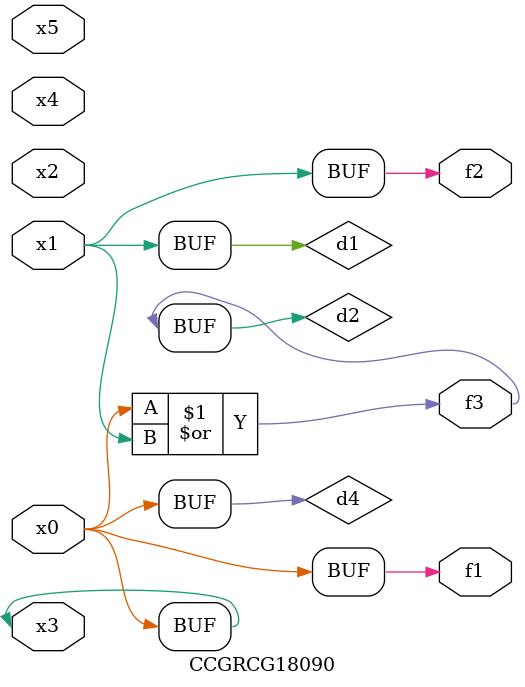
<source format=v>
module CCGRCG18090(
	input x0, x1, x2, x3, x4, x5,
	output f1, f2, f3
);

	wire d1, d2, d3, d4;

	and (d1, x1);
	or (d2, x0, x1);
	nand (d3, x0, x5);
	buf (d4, x0, x3);
	assign f1 = d4;
	assign f2 = d1;
	assign f3 = d2;
endmodule

</source>
